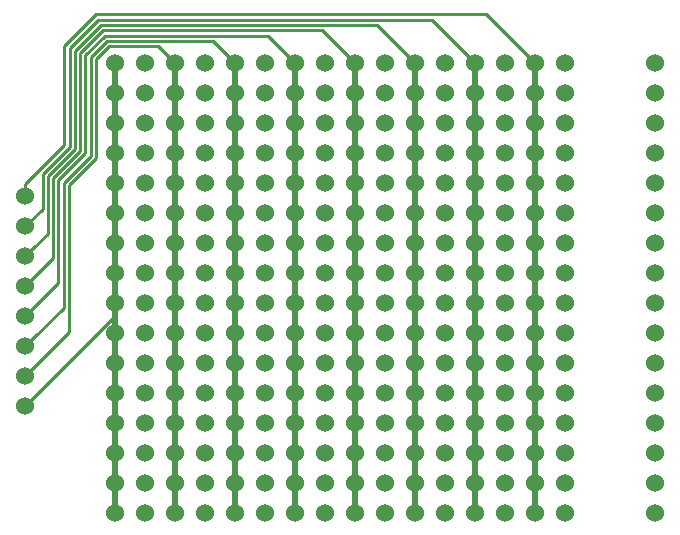
<source format=gbr>
%TF.GenerationSoftware,KiCad,Pcbnew,(5.1.10-1-10_14)*%
%TF.CreationDate,2021-10-20T14:53:20-04:00*%
%TF.ProjectId,DIODE-prototype-board,44494f44-452d-4707-926f-746f74797065,rev?*%
%TF.SameCoordinates,Original*%
%TF.FileFunction,Copper,L1,Top*%
%TF.FilePolarity,Positive*%
%FSLAX46Y46*%
G04 Gerber Fmt 4.6, Leading zero omitted, Abs format (unit mm)*
G04 Created by KiCad (PCBNEW (5.1.10-1-10_14)) date 2021-10-20 14:53:20*
%MOMM*%
%LPD*%
G01*
G04 APERTURE LIST*
%TA.AperFunction,ComponentPad*%
%ADD10C,1.524000*%
%TD*%
%TA.AperFunction,Conductor*%
%ADD11C,0.500000*%
%TD*%
%TA.AperFunction,Conductor*%
%ADD12C,0.250000*%
%TD*%
G04 APERTURE END LIST*
D10*
%TO.P,U1,20*%
%TO.N,Net-(U1-Pad20)*%
X112522000Y-159174000D03*
%TO.P,U1,13*%
%TO.N,Net-(U1-Pad13)*%
X112522000Y-141394000D03*
%TO.P,U1,24*%
%TO.N,Net-(U1-Pad24)*%
X112522000Y-169334000D03*
%TO.P,U1,18*%
%TO.N,Net-(U1-Pad18)*%
X112522000Y-154094000D03*
%TO.P,U1,12*%
%TO.N,Net-(U1-Pad12)*%
X112522000Y-138854000D03*
%TO.P,U1,17*%
%TO.N,Net-(U1-Pad17)*%
X112522000Y-151554000D03*
%TO.P,U1,9*%
%TO.N,Net-(U1-Pad9)*%
X112522000Y-131234000D03*
%TO.P,U1,23*%
%TO.N,Net-(U1-Pad23)*%
X112522000Y-166794000D03*
%TO.P,U1,11*%
%TO.N,Net-(U1-Pad11)*%
X112522000Y-136314000D03*
%TO.P,U1,21*%
%TO.N,Net-(U1-Pad21)*%
X112522000Y-161714000D03*
%TO.P,U1,15*%
%TO.N,Net-(U1-Pad15)*%
X112522000Y-146474000D03*
%TO.P,U1,16*%
%TO.N,Net-(U1-Pad16)*%
X112522000Y-149014000D03*
%TO.P,U1,14*%
%TO.N,Net-(U1-Pad14)*%
X112522000Y-143934000D03*
%TO.P,U1,19*%
%TO.N,Net-(U1-Pad19)*%
X112522000Y-156634000D03*
%TO.P,U1,22*%
%TO.N,Net-(U1-Pad22)*%
X112522000Y-164254000D03*
%TO.P,U1,10*%
%TO.N,Net-(U1-Pad10)*%
X112522000Y-133774000D03*
%TO.P,U1,24*%
%TO.N,Net-(U1-Pad24)*%
X120142000Y-169334000D03*
%TO.P,U1,21*%
%TO.N,Net-(U1-Pad21)*%
X120142000Y-161714000D03*
%TO.P,U1,23*%
%TO.N,Net-(U1-Pad23)*%
X120142000Y-166794000D03*
%TO.P,U1,22*%
%TO.N,Net-(U1-Pad22)*%
X120142000Y-164254000D03*
%TO.P,U1,19*%
%TO.N,Net-(U1-Pad19)*%
X120142000Y-156634000D03*
%TO.P,U1,17*%
%TO.N,Net-(U1-Pad17)*%
X120142000Y-151554000D03*
%TO.P,U1,20*%
%TO.N,Net-(U1-Pad20)*%
X120142000Y-159174000D03*
%TO.P,U1,18*%
%TO.N,Net-(U1-Pad18)*%
X120142000Y-154094000D03*
%TO.P,U1,16*%
%TO.N,Net-(U1-Pad16)*%
X120142000Y-149014000D03*
%TO.P,U1,15*%
%TO.N,Net-(U1-Pad15)*%
X120142000Y-146474000D03*
%TO.P,U1,14*%
%TO.N,Net-(U1-Pad14)*%
X120142000Y-143934000D03*
%TO.P,U1,13*%
%TO.N,Net-(U1-Pad13)*%
X120142000Y-141394000D03*
%TO.P,U1,12*%
%TO.N,Net-(U1-Pad12)*%
X120142000Y-138854000D03*
%TO.P,U1,11*%
%TO.N,Net-(U1-Pad11)*%
X120142000Y-136314000D03*
%TO.P,U1,10*%
%TO.N,Net-(U1-Pad10)*%
X120142000Y-133774000D03*
%TO.P,U1,9*%
%TO.N,Net-(U1-Pad9)*%
X120142000Y-131234000D03*
%TO.P,U1,8*%
%TO.N,Net-(U1-Pad8)*%
X66802000Y-142494000D03*
%TO.P,U1,7*%
%TO.N,Net-(U1-Pad7)*%
X66802000Y-145034000D03*
%TO.P,U1,6*%
%TO.N,Net-(U1-Pad6)*%
X66802000Y-147574000D03*
%TO.P,U1,5*%
%TO.N,Net-(U1-Pad5)*%
X66802000Y-150114000D03*
%TO.P,U1,4*%
%TO.N,Net-(U1-Pad4)*%
X66802000Y-152654000D03*
%TO.P,U1,3*%
%TO.N,Net-(U1-Pad3)*%
X66802000Y-155194000D03*
%TO.P,U1,2*%
%TO.N,Net-(U1-Pad2)*%
X66802000Y-157734000D03*
%TO.P,U1,1*%
%TO.N,Net-(U1-Pad1)*%
X66802000Y-160274000D03*
%TO.P,U1,14*%
%TO.N,Net-(U1-Pad14)*%
X107442000Y-143934000D03*
%TO.P,U1,19*%
%TO.N,Net-(U1-Pad19)*%
X107442000Y-156634000D03*
%TO.P,U1,22*%
%TO.N,Net-(U1-Pad22)*%
X107442000Y-164254000D03*
%TO.P,U1,10*%
%TO.N,Net-(U1-Pad10)*%
X107442000Y-133774000D03*
%TO.P,U1,23*%
%TO.N,Net-(U1-Pad23)*%
X107442000Y-166794000D03*
%TO.P,U1,11*%
%TO.N,Net-(U1-Pad11)*%
X107442000Y-136314000D03*
%TO.P,U1,21*%
%TO.N,Net-(U1-Pad21)*%
X107442000Y-161714000D03*
%TO.P,U1,15*%
%TO.N,Net-(U1-Pad15)*%
X107442000Y-146474000D03*
%TO.P,U1,16*%
%TO.N,Net-(U1-Pad16)*%
X107442000Y-149014000D03*
%TO.P,U1,20*%
%TO.N,Net-(U1-Pad20)*%
X107442000Y-159174000D03*
%TO.P,U1,13*%
%TO.N,Net-(U1-Pad13)*%
X107442000Y-141394000D03*
%TO.P,U1,24*%
%TO.N,Net-(U1-Pad24)*%
X107442000Y-169334000D03*
%TO.P,U1,18*%
%TO.N,Net-(U1-Pad18)*%
X107442000Y-154094000D03*
%TO.P,U1,12*%
%TO.N,Net-(U1-Pad12)*%
X107442000Y-138854000D03*
%TO.P,U1,17*%
%TO.N,Net-(U1-Pad17)*%
X107442000Y-151554000D03*
%TO.P,U1,9*%
%TO.N,Net-(U1-Pad9)*%
X107442000Y-131234000D03*
%TO.P,U1,14*%
%TO.N,Net-(U1-Pad14)*%
X102362000Y-143934000D03*
%TO.P,U1,19*%
%TO.N,Net-(U1-Pad19)*%
X102362000Y-156634000D03*
%TO.P,U1,22*%
%TO.N,Net-(U1-Pad22)*%
X102362000Y-164254000D03*
%TO.P,U1,10*%
%TO.N,Net-(U1-Pad10)*%
X102362000Y-133774000D03*
%TO.P,U1,23*%
%TO.N,Net-(U1-Pad23)*%
X102362000Y-166794000D03*
%TO.P,U1,11*%
%TO.N,Net-(U1-Pad11)*%
X102362000Y-136314000D03*
%TO.P,U1,21*%
%TO.N,Net-(U1-Pad21)*%
X102362000Y-161714000D03*
%TO.P,U1,15*%
%TO.N,Net-(U1-Pad15)*%
X102362000Y-146474000D03*
%TO.P,U1,16*%
%TO.N,Net-(U1-Pad16)*%
X102362000Y-149014000D03*
%TO.P,U1,20*%
%TO.N,Net-(U1-Pad20)*%
X102362000Y-159174000D03*
%TO.P,U1,13*%
%TO.N,Net-(U1-Pad13)*%
X102362000Y-141394000D03*
%TO.P,U1,24*%
%TO.N,Net-(U1-Pad24)*%
X102362000Y-169334000D03*
%TO.P,U1,18*%
%TO.N,Net-(U1-Pad18)*%
X102362000Y-154094000D03*
%TO.P,U1,12*%
%TO.N,Net-(U1-Pad12)*%
X102362000Y-138854000D03*
%TO.P,U1,17*%
%TO.N,Net-(U1-Pad17)*%
X102362000Y-151554000D03*
%TO.P,U1,9*%
%TO.N,Net-(U1-Pad9)*%
X102362000Y-131234000D03*
%TO.P,U1,14*%
%TO.N,Net-(U1-Pad14)*%
X97282000Y-143934000D03*
%TO.P,U1,19*%
%TO.N,Net-(U1-Pad19)*%
X97282000Y-156634000D03*
%TO.P,U1,22*%
%TO.N,Net-(U1-Pad22)*%
X97282000Y-164254000D03*
%TO.P,U1,10*%
%TO.N,Net-(U1-Pad10)*%
X97282000Y-133774000D03*
%TO.P,U1,23*%
%TO.N,Net-(U1-Pad23)*%
X97282000Y-166794000D03*
%TO.P,U1,11*%
%TO.N,Net-(U1-Pad11)*%
X97282000Y-136314000D03*
%TO.P,U1,21*%
%TO.N,Net-(U1-Pad21)*%
X97282000Y-161714000D03*
%TO.P,U1,15*%
%TO.N,Net-(U1-Pad15)*%
X97282000Y-146474000D03*
%TO.P,U1,16*%
%TO.N,Net-(U1-Pad16)*%
X97282000Y-149014000D03*
%TO.P,U1,20*%
%TO.N,Net-(U1-Pad20)*%
X97282000Y-159174000D03*
%TO.P,U1,13*%
%TO.N,Net-(U1-Pad13)*%
X97282000Y-141394000D03*
%TO.P,U1,24*%
%TO.N,Net-(U1-Pad24)*%
X97282000Y-169334000D03*
%TO.P,U1,18*%
%TO.N,Net-(U1-Pad18)*%
X97282000Y-154094000D03*
%TO.P,U1,12*%
%TO.N,Net-(U1-Pad12)*%
X97282000Y-138854000D03*
%TO.P,U1,17*%
%TO.N,Net-(U1-Pad17)*%
X97282000Y-151554000D03*
%TO.P,U1,9*%
%TO.N,Net-(U1-Pad9)*%
X97282000Y-131234000D03*
%TO.P,U1,19*%
%TO.N,Net-(U1-Pad19)*%
X92202000Y-156634000D03*
%TO.P,U1,22*%
%TO.N,Net-(U1-Pad22)*%
X92202000Y-164254000D03*
%TO.P,U1,10*%
%TO.N,Net-(U1-Pad10)*%
X92202000Y-133774000D03*
%TO.P,U1,23*%
%TO.N,Net-(U1-Pad23)*%
X92202000Y-166794000D03*
%TO.P,U1,11*%
%TO.N,Net-(U1-Pad11)*%
X92202000Y-136314000D03*
%TO.P,U1,21*%
%TO.N,Net-(U1-Pad21)*%
X92202000Y-161714000D03*
%TO.P,U1,15*%
%TO.N,Net-(U1-Pad15)*%
X92202000Y-146474000D03*
%TO.P,U1,16*%
%TO.N,Net-(U1-Pad16)*%
X92202000Y-149014000D03*
%TO.P,U1,20*%
%TO.N,Net-(U1-Pad20)*%
X92202000Y-159174000D03*
%TO.P,U1,13*%
%TO.N,Net-(U1-Pad13)*%
X92202000Y-141394000D03*
%TO.P,U1,24*%
%TO.N,Net-(U1-Pad24)*%
X92202000Y-169334000D03*
%TO.P,U1,18*%
%TO.N,Net-(U1-Pad18)*%
X92202000Y-154094000D03*
%TO.P,U1,12*%
%TO.N,Net-(U1-Pad12)*%
X92202000Y-138854000D03*
%TO.P,U1,17*%
%TO.N,Net-(U1-Pad17)*%
X92202000Y-151554000D03*
%TO.P,U1,9*%
%TO.N,Net-(U1-Pad9)*%
X92202000Y-131234000D03*
%TO.P,U1,14*%
%TO.N,Net-(U1-Pad14)*%
X92202000Y-143934000D03*
%TO.P,U1,11*%
%TO.N,Net-(U1-Pad11)*%
X87122000Y-136314000D03*
%TO.P,U1,18*%
%TO.N,Net-(U1-Pad18)*%
X87122000Y-154094000D03*
%TO.P,U1,16*%
%TO.N,Net-(U1-Pad16)*%
X87122000Y-149014000D03*
%TO.P,U1,12*%
%TO.N,Net-(U1-Pad12)*%
X87122000Y-138854000D03*
%TO.P,U1,9*%
%TO.N,Net-(U1-Pad9)*%
X87122000Y-131234000D03*
%TO.P,U1,14*%
%TO.N,Net-(U1-Pad14)*%
X87122000Y-143934000D03*
%TO.P,U1,24*%
%TO.N,Net-(U1-Pad24)*%
X87122000Y-169334000D03*
%TO.P,U1,13*%
%TO.N,Net-(U1-Pad13)*%
X87122000Y-141394000D03*
%TO.P,U1,22*%
%TO.N,Net-(U1-Pad22)*%
X87122000Y-164254000D03*
%TO.P,U1,15*%
%TO.N,Net-(U1-Pad15)*%
X87122000Y-146474000D03*
%TO.P,U1,17*%
%TO.N,Net-(U1-Pad17)*%
X87122000Y-151554000D03*
%TO.P,U1,10*%
%TO.N,Net-(U1-Pad10)*%
X87122000Y-133774000D03*
%TO.P,U1,20*%
%TO.N,Net-(U1-Pad20)*%
X87122000Y-159174000D03*
%TO.P,U1,23*%
%TO.N,Net-(U1-Pad23)*%
X87122000Y-166794000D03*
%TO.P,U1,21*%
%TO.N,Net-(U1-Pad21)*%
X87122000Y-161714000D03*
%TO.P,U1,19*%
%TO.N,Net-(U1-Pad19)*%
X87122000Y-156634000D03*
%TO.P,U1,16*%
%TO.N,Net-(U1-Pad16)*%
X82042000Y-149014000D03*
%TO.P,U1,13*%
%TO.N,Net-(U1-Pad13)*%
X82042000Y-141394000D03*
%TO.P,U1,15*%
%TO.N,Net-(U1-Pad15)*%
X82042000Y-146474000D03*
%TO.P,U1,14*%
%TO.N,Net-(U1-Pad14)*%
X82042000Y-143934000D03*
%TO.P,U1,11*%
%TO.N,Net-(U1-Pad11)*%
X82042000Y-136314000D03*
%TO.P,U1,9*%
%TO.N,Net-(U1-Pad9)*%
X82042000Y-131234000D03*
%TO.P,U1,12*%
%TO.N,Net-(U1-Pad12)*%
X82042000Y-138854000D03*
%TO.P,U1,18*%
%TO.N,Net-(U1-Pad18)*%
X82042000Y-154094000D03*
%TO.P,U1,10*%
%TO.N,Net-(U1-Pad10)*%
X82042000Y-133774000D03*
%TO.P,U1,24*%
%TO.N,Net-(U1-Pad24)*%
X82042000Y-169334000D03*
%TO.P,U1,21*%
%TO.N,Net-(U1-Pad21)*%
X82042000Y-161714000D03*
%TO.P,U1,23*%
%TO.N,Net-(U1-Pad23)*%
X82042000Y-166794000D03*
%TO.P,U1,22*%
%TO.N,Net-(U1-Pad22)*%
X82042000Y-164254000D03*
%TO.P,U1,19*%
%TO.N,Net-(U1-Pad19)*%
X82042000Y-156634000D03*
%TO.P,U1,17*%
%TO.N,Net-(U1-Pad17)*%
X82042000Y-151554000D03*
%TO.P,U1,20*%
%TO.N,Net-(U1-Pad20)*%
X82042000Y-159174000D03*
%TO.P,U1,4*%
%TO.N,Net-(U1-Pad4)*%
X89662000Y-156634000D03*
%TO.P,U1,1*%
%TO.N,Net-(U1-Pad1)*%
X74422000Y-156634000D03*
%TO.P,U1,2*%
%TO.N,Net-(U1-Pad2)*%
X79502000Y-154094000D03*
%TO.P,U1,3*%
%TO.N,Net-(U1-Pad3)*%
X84582000Y-169334000D03*
%TO.P,U1,5*%
%TO.N,Net-(U1-Pad5)*%
X94742000Y-169334000D03*
%TO.P,U1,6*%
%TO.N,Net-(U1-Pad6)*%
X99822000Y-169334000D03*
%TO.P,U1,8*%
%TO.N,Net-(U1-Pad8)*%
X109982000Y-169334000D03*
%TO.P,U1,4*%
%TO.N,Net-(U1-Pad4)*%
X89662000Y-169334000D03*
%TO.P,U1,7*%
%TO.N,Net-(U1-Pad7)*%
X104902000Y-169334000D03*
%TO.P,U1,1*%
%TO.N,Net-(U1-Pad1)*%
X74422000Y-169334000D03*
%TO.P,U1,24*%
%TO.N,Net-(U1-Pad24)*%
X76962000Y-169334000D03*
%TO.P,U1,1*%
%TO.N,Net-(U1-Pad1)*%
X74422000Y-161714000D03*
%TO.P,U1,8*%
%TO.N,Net-(U1-Pad8)*%
X109982000Y-164254000D03*
%TO.P,U1,3*%
%TO.N,Net-(U1-Pad3)*%
X84582000Y-164254000D03*
%TO.P,U1,5*%
%TO.N,Net-(U1-Pad5)*%
X94742000Y-164254000D03*
%TO.P,U1,21*%
%TO.N,Net-(U1-Pad21)*%
X76962000Y-161714000D03*
%TO.P,U1,2*%
%TO.N,Net-(U1-Pad2)*%
X79502000Y-166794000D03*
%TO.P,U1,4*%
%TO.N,Net-(U1-Pad4)*%
X89662000Y-166794000D03*
%TO.P,U1,1*%
%TO.N,Net-(U1-Pad1)*%
X74422000Y-166794000D03*
%TO.P,U1,23*%
%TO.N,Net-(U1-Pad23)*%
X76962000Y-166794000D03*
%TO.P,U1,6*%
%TO.N,Net-(U1-Pad6)*%
X99822000Y-164254000D03*
%TO.P,U1,2*%
%TO.N,Net-(U1-Pad2)*%
X79502000Y-164254000D03*
%TO.P,U1,4*%
%TO.N,Net-(U1-Pad4)*%
X89662000Y-164254000D03*
%TO.P,U1,8*%
%TO.N,Net-(U1-Pad8)*%
X109982000Y-161714000D03*
%TO.P,U1,3*%
%TO.N,Net-(U1-Pad3)*%
X84582000Y-161714000D03*
%TO.P,U1,5*%
%TO.N,Net-(U1-Pad5)*%
X94742000Y-161714000D03*
%TO.P,U1,6*%
%TO.N,Net-(U1-Pad6)*%
X99822000Y-161714000D03*
%TO.P,U1,2*%
%TO.N,Net-(U1-Pad2)*%
X79502000Y-161714000D03*
%TO.P,U1,3*%
%TO.N,Net-(U1-Pad3)*%
X84582000Y-166794000D03*
%TO.P,U1,5*%
%TO.N,Net-(U1-Pad5)*%
X94742000Y-166794000D03*
%TO.P,U1,6*%
%TO.N,Net-(U1-Pad6)*%
X99822000Y-166794000D03*
%TO.P,U1,4*%
%TO.N,Net-(U1-Pad4)*%
X89662000Y-161714000D03*
%TO.P,U1,8*%
%TO.N,Net-(U1-Pad8)*%
X109982000Y-166794000D03*
%TO.P,U1,1*%
%TO.N,Net-(U1-Pad1)*%
X74422000Y-164254000D03*
%TO.P,U1,22*%
%TO.N,Net-(U1-Pad22)*%
X76962000Y-164254000D03*
%TO.P,U1,7*%
%TO.N,Net-(U1-Pad7)*%
X104902000Y-161714000D03*
%TO.P,U1,4*%
%TO.N,Net-(U1-Pad4)*%
X89662000Y-151554000D03*
%TO.P,U1,3*%
%TO.N,Net-(U1-Pad3)*%
X84582000Y-151554000D03*
%TO.P,U1,7*%
%TO.N,Net-(U1-Pad7)*%
X104902000Y-166794000D03*
%TO.P,U1,5*%
%TO.N,Net-(U1-Pad5)*%
X94742000Y-154094000D03*
X94742000Y-151554000D03*
%TO.P,U1,19*%
%TO.N,Net-(U1-Pad19)*%
X76962000Y-156634000D03*
%TO.P,U1,2*%
%TO.N,Net-(U1-Pad2)*%
X79502000Y-151554000D03*
%TO.P,U1,5*%
%TO.N,Net-(U1-Pad5)*%
X94742000Y-156634000D03*
%TO.P,U1,6*%
%TO.N,Net-(U1-Pad6)*%
X99822000Y-156634000D03*
%TO.P,U1,7*%
%TO.N,Net-(U1-Pad7)*%
X104902000Y-156634000D03*
%TO.P,U1,17*%
%TO.N,Net-(U1-Pad17)*%
X76962000Y-151554000D03*
%TO.P,U1,8*%
%TO.N,Net-(U1-Pad8)*%
X109982000Y-156634000D03*
%TO.P,U1,1*%
%TO.N,Net-(U1-Pad1)*%
X74422000Y-151554000D03*
%TO.P,U1,4*%
%TO.N,Net-(U1-Pad4)*%
X89662000Y-159174000D03*
%TO.P,U1,1*%
%TO.N,Net-(U1-Pad1)*%
X74422000Y-159174000D03*
%TO.P,U1,20*%
%TO.N,Net-(U1-Pad20)*%
X76962000Y-159174000D03*
%TO.P,U1,5*%
%TO.N,Net-(U1-Pad5)*%
X94742000Y-159174000D03*
%TO.P,U1,6*%
%TO.N,Net-(U1-Pad6)*%
X99822000Y-159174000D03*
%TO.P,U1,7*%
%TO.N,Net-(U1-Pad7)*%
X104902000Y-159174000D03*
%TO.P,U1,8*%
%TO.N,Net-(U1-Pad8)*%
X109982000Y-159174000D03*
%TO.P,U1,3*%
%TO.N,Net-(U1-Pad3)*%
X84582000Y-159174000D03*
%TO.P,U1,7*%
%TO.N,Net-(U1-Pad7)*%
X104902000Y-151554000D03*
%TO.P,U1,2*%
%TO.N,Net-(U1-Pad2)*%
X79502000Y-169334000D03*
%TO.P,U1,3*%
%TO.N,Net-(U1-Pad3)*%
X84582000Y-156634000D03*
%TO.P,U1,8*%
%TO.N,Net-(U1-Pad8)*%
X109982000Y-151554000D03*
%TO.P,U1,2*%
%TO.N,Net-(U1-Pad2)*%
X79502000Y-156634000D03*
%TO.P,U1,7*%
%TO.N,Net-(U1-Pad7)*%
X104902000Y-154094000D03*
%TO.P,U1,6*%
%TO.N,Net-(U1-Pad6)*%
X99822000Y-154094000D03*
%TO.P,U1,8*%
%TO.N,Net-(U1-Pad8)*%
X109982000Y-154094000D03*
%TO.P,U1,3*%
%TO.N,Net-(U1-Pad3)*%
X84582000Y-154094000D03*
%TO.P,U1,18*%
%TO.N,Net-(U1-Pad18)*%
X76962000Y-154094000D03*
%TO.P,U1,1*%
%TO.N,Net-(U1-Pad1)*%
X74422000Y-154094000D03*
%TO.P,U1,4*%
%TO.N,Net-(U1-Pad4)*%
X89662000Y-154094000D03*
%TO.P,U1,6*%
%TO.N,Net-(U1-Pad6)*%
X99822000Y-151554000D03*
%TO.P,U1,7*%
%TO.N,Net-(U1-Pad7)*%
X104902000Y-164254000D03*
%TO.P,U1,2*%
%TO.N,Net-(U1-Pad2)*%
X79502000Y-159174000D03*
X79502000Y-149014000D03*
%TO.P,U1,4*%
%TO.N,Net-(U1-Pad4)*%
X89662000Y-149014000D03*
%TO.P,U1,1*%
%TO.N,Net-(U1-Pad1)*%
X74422000Y-149014000D03*
%TO.P,U1,16*%
%TO.N,Net-(U1-Pad16)*%
X76962000Y-149014000D03*
%TO.P,U1,3*%
%TO.N,Net-(U1-Pad3)*%
X84582000Y-149014000D03*
%TO.P,U1,5*%
%TO.N,Net-(U1-Pad5)*%
X94742000Y-149014000D03*
%TO.P,U1,6*%
%TO.N,Net-(U1-Pad6)*%
X99822000Y-149014000D03*
%TO.P,U1,8*%
%TO.N,Net-(U1-Pad8)*%
X109982000Y-149014000D03*
%TO.P,U1,7*%
%TO.N,Net-(U1-Pad7)*%
X104902000Y-149014000D03*
%TO.P,U1,8*%
%TO.N,Net-(U1-Pad8)*%
X109982000Y-146474000D03*
%TO.P,U1,3*%
%TO.N,Net-(U1-Pad3)*%
X84582000Y-146474000D03*
%TO.P,U1,5*%
%TO.N,Net-(U1-Pad5)*%
X94742000Y-146474000D03*
%TO.P,U1,6*%
%TO.N,Net-(U1-Pad6)*%
X99822000Y-146474000D03*
%TO.P,U1,2*%
%TO.N,Net-(U1-Pad2)*%
X79502000Y-146474000D03*
%TO.P,U1,4*%
%TO.N,Net-(U1-Pad4)*%
X89662000Y-146474000D03*
%TO.P,U1,1*%
%TO.N,Net-(U1-Pad1)*%
X74422000Y-146474000D03*
%TO.P,U1,15*%
%TO.N,Net-(U1-Pad15)*%
X76962000Y-146474000D03*
%TO.P,U1,7*%
%TO.N,Net-(U1-Pad7)*%
X104902000Y-146474000D03*
%TO.P,U1,1*%
%TO.N,Net-(U1-Pad1)*%
X74422000Y-143934000D03*
%TO.P,U1,14*%
%TO.N,Net-(U1-Pad14)*%
X76962000Y-143934000D03*
%TO.P,U1,8*%
%TO.N,Net-(U1-Pad8)*%
X109982000Y-143934000D03*
%TO.P,U1,3*%
%TO.N,Net-(U1-Pad3)*%
X84582000Y-143934000D03*
%TO.P,U1,5*%
%TO.N,Net-(U1-Pad5)*%
X94742000Y-143934000D03*
%TO.P,U1,6*%
%TO.N,Net-(U1-Pad6)*%
X99822000Y-143934000D03*
%TO.P,U1,2*%
%TO.N,Net-(U1-Pad2)*%
X79502000Y-143934000D03*
%TO.P,U1,4*%
%TO.N,Net-(U1-Pad4)*%
X89662000Y-143934000D03*
%TO.P,U1,7*%
%TO.N,Net-(U1-Pad7)*%
X104902000Y-143934000D03*
%TO.P,U1,4*%
%TO.N,Net-(U1-Pad4)*%
X89662000Y-141394000D03*
%TO.P,U1,1*%
%TO.N,Net-(U1-Pad1)*%
X74422000Y-141394000D03*
%TO.P,U1,13*%
%TO.N,Net-(U1-Pad13)*%
X76962000Y-141394000D03*
%TO.P,U1,5*%
%TO.N,Net-(U1-Pad5)*%
X94742000Y-141394000D03*
%TO.P,U1,6*%
%TO.N,Net-(U1-Pad6)*%
X99822000Y-141394000D03*
%TO.P,U1,7*%
%TO.N,Net-(U1-Pad7)*%
X104902000Y-141394000D03*
%TO.P,U1,8*%
%TO.N,Net-(U1-Pad8)*%
X109982000Y-141394000D03*
%TO.P,U1,3*%
%TO.N,Net-(U1-Pad3)*%
X84582000Y-141394000D03*
%TO.P,U1,2*%
%TO.N,Net-(U1-Pad2)*%
X79502000Y-141394000D03*
%TO.P,U1,4*%
%TO.N,Net-(U1-Pad4)*%
X89662000Y-138854000D03*
%TO.P,U1,1*%
%TO.N,Net-(U1-Pad1)*%
X74422000Y-138854000D03*
%TO.P,U1,12*%
%TO.N,Net-(U1-Pad12)*%
X76962000Y-138854000D03*
%TO.P,U1,5*%
%TO.N,Net-(U1-Pad5)*%
X94742000Y-138854000D03*
%TO.P,U1,6*%
%TO.N,Net-(U1-Pad6)*%
X99822000Y-138854000D03*
%TO.P,U1,7*%
%TO.N,Net-(U1-Pad7)*%
X104902000Y-138854000D03*
%TO.P,U1,8*%
%TO.N,Net-(U1-Pad8)*%
X109982000Y-138854000D03*
%TO.P,U1,3*%
%TO.N,Net-(U1-Pad3)*%
X84582000Y-138854000D03*
%TO.P,U1,2*%
%TO.N,Net-(U1-Pad2)*%
X79502000Y-138854000D03*
X79502000Y-136314000D03*
%TO.P,U1,5*%
%TO.N,Net-(U1-Pad5)*%
X94742000Y-136314000D03*
%TO.P,U1,7*%
%TO.N,Net-(U1-Pad7)*%
X104902000Y-136314000D03*
%TO.P,U1,6*%
%TO.N,Net-(U1-Pad6)*%
X99822000Y-136314000D03*
%TO.P,U1,8*%
%TO.N,Net-(U1-Pad8)*%
X109982000Y-136314000D03*
%TO.P,U1,3*%
%TO.N,Net-(U1-Pad3)*%
X84582000Y-136314000D03*
%TO.P,U1,11*%
%TO.N,Net-(U1-Pad11)*%
X76962000Y-136314000D03*
%TO.P,U1,1*%
%TO.N,Net-(U1-Pad1)*%
X74422000Y-136314000D03*
%TO.P,U1,4*%
%TO.N,Net-(U1-Pad4)*%
X89662000Y-136314000D03*
X89662000Y-133774000D03*
%TO.P,U1,3*%
%TO.N,Net-(U1-Pad3)*%
X84582000Y-133774000D03*
%TO.P,U1,5*%
%TO.N,Net-(U1-Pad5)*%
X94742000Y-133774000D03*
%TO.P,U1,2*%
%TO.N,Net-(U1-Pad2)*%
X79502000Y-133774000D03*
%TO.P,U1,10*%
%TO.N,Net-(U1-Pad10)*%
X76962000Y-133774000D03*
%TO.P,U1,1*%
%TO.N,Net-(U1-Pad1)*%
X74422000Y-133774000D03*
%TO.P,U1,7*%
%TO.N,Net-(U1-Pad7)*%
X104902000Y-133774000D03*
%TO.P,U1,8*%
%TO.N,Net-(U1-Pad8)*%
X109982000Y-133774000D03*
%TO.P,U1,6*%
%TO.N,Net-(U1-Pad6)*%
X99822000Y-133774000D03*
%TO.P,U1,8*%
%TO.N,Net-(U1-Pad8)*%
X109982000Y-131234000D03*
%TO.P,U1,7*%
%TO.N,Net-(U1-Pad7)*%
X104902000Y-131234000D03*
%TO.P,U1,6*%
%TO.N,Net-(U1-Pad6)*%
X99822000Y-131234000D03*
%TO.P,U1,5*%
%TO.N,Net-(U1-Pad5)*%
X94742000Y-131234000D03*
%TO.P,U1,4*%
%TO.N,Net-(U1-Pad4)*%
X89662000Y-131234000D03*
%TO.P,U1,3*%
%TO.N,Net-(U1-Pad3)*%
X84582000Y-131234000D03*
%TO.P,U1,2*%
%TO.N,Net-(U1-Pad2)*%
X79502000Y-131234000D03*
%TO.P,U1,9*%
%TO.N,Net-(U1-Pad9)*%
X76962000Y-131234000D03*
%TO.P,U1,1*%
%TO.N,Net-(U1-Pad1)*%
X74422000Y-131234000D03*
%TD*%
D11*
%TO.N,Net-(U1-Pad8)*%
X109982000Y-169334000D02*
X109982000Y-131234000D01*
D12*
X66802000Y-141416370D02*
X66802000Y-142494000D01*
X70104000Y-138114370D02*
X66802000Y-141416370D01*
X70104000Y-129794000D02*
X70104000Y-138114370D01*
X72804066Y-127093934D02*
X70104000Y-129794000D01*
X105841934Y-127093934D02*
X72804066Y-127093934D01*
X109982000Y-131234000D02*
X105841934Y-127093934D01*
D11*
%TO.N,Net-(U1-Pad7)*%
X104902000Y-131234000D02*
X104902000Y-169334000D01*
D12*
X104902000Y-131234000D02*
X101211945Y-127543945D01*
X68268011Y-140586770D02*
X68268011Y-143567989D01*
X101211945Y-127543945D02*
X72990465Y-127543945D01*
X70554011Y-138300770D02*
X68268011Y-140586770D01*
X72990465Y-127543945D02*
X70554011Y-129980399D01*
X68268011Y-143567989D02*
X66802000Y-145034000D01*
X70554011Y-129980399D02*
X70554011Y-138300770D01*
D11*
%TO.N,Net-(U1-Pad6)*%
X99822000Y-169334000D02*
X99822000Y-131234000D01*
D12*
X96581956Y-127993956D02*
X73176864Y-127993956D01*
X71004022Y-138487170D02*
X68718022Y-140773170D01*
X68718022Y-140773170D02*
X68718022Y-145657978D01*
X68718022Y-145657978D02*
X67563999Y-146812001D01*
X67563999Y-146812001D02*
X66802000Y-147574000D01*
X73176864Y-127993956D02*
X71004022Y-130166798D01*
X99822000Y-131234000D02*
X96581956Y-127993956D01*
X71004022Y-130166798D02*
X71004022Y-138487170D01*
D11*
%TO.N,Net-(U1-Pad5)*%
X94742000Y-131234000D02*
X94742000Y-169334000D01*
D12*
X67563999Y-149352001D02*
X66802000Y-150114000D01*
X71454033Y-138673570D02*
X69168033Y-140959570D01*
X73363263Y-128443967D02*
X71454033Y-130353197D01*
X94742000Y-131234000D02*
X91951967Y-128443967D01*
X69168033Y-140959570D02*
X69168033Y-147747967D01*
X69168033Y-147747967D02*
X67563999Y-149352001D01*
X71454033Y-130353197D02*
X71454033Y-138673570D01*
X91951967Y-128443967D02*
X73363263Y-128443967D01*
D11*
%TO.N,Net-(U1-Pad4)*%
X89662000Y-169334000D02*
X89662000Y-131234000D01*
D12*
X87321978Y-128893978D02*
X73549662Y-128893978D01*
X67563999Y-151892001D02*
X66802000Y-152654000D01*
X89662000Y-131234000D02*
X87321978Y-128893978D01*
X71904044Y-130539596D02*
X71904044Y-138859970D01*
X71904044Y-138859970D02*
X69618044Y-141145970D01*
X73549662Y-128893978D02*
X71904044Y-130539596D01*
X69618044Y-141145970D02*
X69618044Y-149837956D01*
X69618044Y-149837956D02*
X67563999Y-151892001D01*
D11*
%TO.N,Net-(U1-Pad3)*%
X84582000Y-131234000D02*
X84582000Y-169334000D01*
D12*
X70068055Y-151927945D02*
X67563999Y-154432001D01*
X70068055Y-141332370D02*
X70068055Y-151927945D01*
X67563999Y-154432001D02*
X66802000Y-155194000D01*
X82691989Y-129343989D02*
X73736061Y-129343989D01*
X72354055Y-139046370D02*
X70068055Y-141332370D01*
X84582000Y-131234000D02*
X82691989Y-129343989D01*
X72354055Y-130725995D02*
X72354055Y-139046370D01*
X73736061Y-129343989D02*
X72354055Y-130725995D01*
D11*
%TO.N,Net-(U1-Pad2)*%
X79502000Y-169334000D02*
X79502000Y-131234000D01*
D12*
X67563999Y-156972001D02*
X66802000Y-157734000D01*
X70518066Y-141518770D02*
X70518066Y-154017934D01*
X73922460Y-129794000D02*
X72804066Y-130912394D01*
X72804066Y-130912394D02*
X72804066Y-139232770D01*
X72804066Y-139232770D02*
X70518066Y-141518770D01*
X79502000Y-131234000D02*
X78062000Y-129794000D01*
X78062000Y-129794000D02*
X73922460Y-129794000D01*
X70518066Y-154017934D02*
X67563999Y-156972001D01*
D11*
%TO.N,Net-(U1-Pad1)*%
X74422000Y-131234000D02*
X74422000Y-169334000D01*
D12*
X70612000Y-156464000D02*
X66802000Y-160274000D01*
X74422000Y-152654000D02*
X70612000Y-156464000D01*
X74422000Y-131234000D02*
X74422000Y-152654000D01*
%TD*%
M02*

</source>
